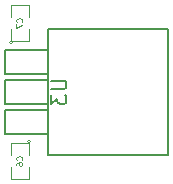
<source format=gbo>
G04 (created by PCBNEW (2013-07-07 BZR 4022)-stable) date 1/27/2014 8:08:51 PM*
%MOIN*%
G04 Gerber Fmt 3.4, Leading zero omitted, Abs format*
%FSLAX34Y34*%
G01*
G70*
G90*
G04 APERTURE LIST*
%ADD10C,0.00590551*%
%ADD11C,0.0039*%
%ADD12C,0.005*%
%ADD13C,0.0043*%
%ADD14C,0.006*%
G04 APERTURE END LIST*
G54D10*
G54D11*
X88300Y-57100D02*
G75*
G03X88300Y-57100I-50J0D01*
G74*
G01*
X88250Y-57550D02*
X88250Y-57150D01*
X88250Y-57150D02*
X87650Y-57150D01*
X87650Y-57150D02*
X87650Y-57550D01*
X87650Y-57950D02*
X87650Y-58350D01*
X87650Y-58350D02*
X88250Y-58350D01*
X88250Y-58350D02*
X88250Y-57950D01*
X87700Y-53800D02*
G75*
G03X87700Y-53800I-50J0D01*
G74*
G01*
X87650Y-53350D02*
X87650Y-53750D01*
X87650Y-53750D02*
X88250Y-53750D01*
X88250Y-53750D02*
X88250Y-53350D01*
X88250Y-52950D02*
X88250Y-52550D01*
X88250Y-52550D02*
X87650Y-52550D01*
X87650Y-52550D02*
X87650Y-52950D01*
G54D12*
X88900Y-54850D02*
X87450Y-54850D01*
X87450Y-54850D02*
X87450Y-54050D01*
X87450Y-54050D02*
X88900Y-54050D01*
X88900Y-55850D02*
X87450Y-55850D01*
X87450Y-55850D02*
X87450Y-55050D01*
X87450Y-55050D02*
X88900Y-55050D01*
X88900Y-56850D02*
X87450Y-56850D01*
X87450Y-56850D02*
X87450Y-56050D01*
X87450Y-56050D02*
X88900Y-56050D01*
X88900Y-57550D02*
X88900Y-53350D01*
X88900Y-53350D02*
X92900Y-53350D01*
X92900Y-53350D02*
X92900Y-57550D01*
X92900Y-57550D02*
X88900Y-57550D01*
G54D13*
X88010Y-57717D02*
X88020Y-57707D01*
X88029Y-57679D01*
X88029Y-57660D01*
X88020Y-57632D01*
X88001Y-57613D01*
X87982Y-57604D01*
X87945Y-57595D01*
X87917Y-57595D01*
X87879Y-57604D01*
X87860Y-57613D01*
X87842Y-57632D01*
X87832Y-57660D01*
X87832Y-57679D01*
X87842Y-57707D01*
X87851Y-57717D01*
X87832Y-57886D02*
X87832Y-57848D01*
X87842Y-57829D01*
X87851Y-57820D01*
X87879Y-57801D01*
X87917Y-57792D01*
X87992Y-57792D01*
X88010Y-57801D01*
X88020Y-57810D01*
X88029Y-57829D01*
X88029Y-57867D01*
X88020Y-57886D01*
X88010Y-57895D01*
X87992Y-57904D01*
X87945Y-57904D01*
X87926Y-57895D01*
X87917Y-57886D01*
X87907Y-57867D01*
X87907Y-57829D01*
X87917Y-57810D01*
X87926Y-57801D01*
X87945Y-57792D01*
X88010Y-53117D02*
X88020Y-53107D01*
X88029Y-53079D01*
X88029Y-53060D01*
X88020Y-53032D01*
X88001Y-53013D01*
X87982Y-53004D01*
X87945Y-52995D01*
X87917Y-52995D01*
X87879Y-53004D01*
X87860Y-53013D01*
X87842Y-53032D01*
X87832Y-53060D01*
X87832Y-53079D01*
X87842Y-53107D01*
X87851Y-53117D01*
X87832Y-53182D02*
X87832Y-53314D01*
X88029Y-53229D01*
G54D14*
X89002Y-55069D02*
X89407Y-55069D01*
X89454Y-55092D01*
X89478Y-55116D01*
X89502Y-55164D01*
X89502Y-55259D01*
X89478Y-55307D01*
X89454Y-55330D01*
X89407Y-55354D01*
X89002Y-55354D01*
X89002Y-55545D02*
X89002Y-55854D01*
X89192Y-55688D01*
X89192Y-55759D01*
X89216Y-55807D01*
X89240Y-55830D01*
X89288Y-55854D01*
X89407Y-55854D01*
X89454Y-55830D01*
X89478Y-55807D01*
X89502Y-55759D01*
X89502Y-55616D01*
X89478Y-55569D01*
X89454Y-55545D01*
M02*

</source>
